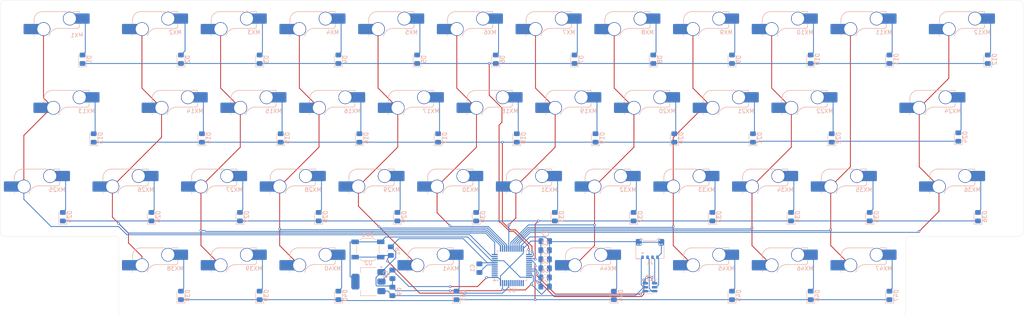
<source format=kicad_pcb>
(kicad_pcb (version 20241229) (generator "pcbnew") (generator_version "9.0")
  (layers (0 "F.Cu" signal) (2 "B.Cu" signal) (13 "F.Paste" user) (15 "B.Paste" user) (5 "F.SilkS" user "F.Silkscreen") (7 "B.SilkS" user "B.Silkscreen") (1 "F.Mask" user) (3 "B.Mask" user) (25 "Edge.Cuts" user))
  (net 0 "")
  (net 1 "GND")
  (net 2 "Net-(U1-NRST)")
  (net 3 "+3V3")
  (net 4 "+5V")
  (net 5 "Net-(D1-A)")
  (net 6 "Row0")
  (net 7 "Net-(D2-A)")
  (net 8 "Net-(D3-A)")
  (net 9 "Net-(D4-A)")
  (net 10 "Net-(D5-A)")
  (net 11 "Net-(D6-A)")
  (net 12 "Net-(D7-A)")
  (net 13 "Net-(D8-A)")
  (net 14 "Net-(D9-A)")
  (net 15 "Net-(D10-A)")
  (net 16 "Net-(D11-A)")
  (net 17 "Net-(D12-A)")
  (net 18 "Net-(D13-A)")
  (net 19 "Row1")
  (net 20 "Net-(D14-A)")
  (net 21 "Net-(D15-A)")
  (net 22 "Net-(D16-A)")
  (net 23 "Net-(D17-A)")
  (net 24 "Net-(D18-A)")
  (net 25 "Net-(D19-A)")
  (net 26 "Net-(D20-A)")
  (net 27 "Net-(D21-A)")
  (net 28 "Net-(D22-A)")
  (net 29 "Net-(D24-A)")
  (net 30 "Row2")
  (net 31 "Net-(D25-A)")
  (net 32 "Net-(D26-A)")
  (net 33 "Net-(D27-A)")
  (net 34 "Net-(D28-A)")
  (net 35 "Net-(D29-A)")
  (net 36 "Net-(D30-A)")
  (net 37 "Net-(D31-A)")
  (net 38 "Net-(D32-A)")
  (net 39 "Net-(D33-A)")
  (net 40 "Net-(D34-A)")
  (net 41 "Net-(D35-A)")
  (net 42 "Net-(D36-A)")
  (net 43 "Net-(D38-A)")
  (net 44 "Row3")
  (net 45 "Net-(D39-A)")
  (net 46 "Net-(D40-A)")
  (net 47 "Net-(D41-A)")
  (net 48 "Net-(D44-A)")
  (net 49 "Net-(D45-A)")
  (net 50 "Net-(D46-A)")
  (net 51 "Net-(D47-A)")
  (net 52 "D-")
  (net 53 "D+")
  (net 54 "Col0")
  (net 55 "Col1")
  (net 56 "Col2")
  (net 57 "Col3")
  (net 58 "Col4")
  (net 59 "Col5")
  (net 60 "Col6")
  (net 61 "Col7")
  (net 62 "Col8")
  (net 63 "Col9")
  (net 64 "Col10")
  (net 65 "Col11")
  (net 66 "BOOT0")
  (footprint "Diode_SMD:D_0805_2012Metric_Pad1.15x1.40mm_HandSolder" (layer "B.Cu") (at 200.81875 90.4875 90)
    (property "Reference" "D33")
    (property "Value" "D_Small")
  )
  (footprint "PCM_marbastlib-mx:SW_MX_HS_CPG151101S11_1u" (layer "B.Cu") (at 199.9456 104.775 180)
    (property "Reference" "MX45")
    (property "Value" "Fn3")
  )
  (footprint "Diode_SMD:D_0805_2012Metric_Pad1.15x1.40mm_HandSolder" (layer "B.Cu") (at 72.23125 109.5375 90)
    (property "Reference" "D38")
    (property "Value" "D_Small")
  )
  (footprint "PCM_marbastlib-mx:SW_MX_HS_CPG151101S11_1.5u" (layer "B.Cu") (at 261.858125 47.625 180)
    (property "Reference" "MX12")
    (property "Value" "Bksp")
  )
  (footprint "Capacitor_SMD:C_0805_2012Metric_Pad1.18x1.45mm_HandSolder" (layer "B.Cu") (at 123.03125 98.821875 90)
    (property "Reference" "R1")
    (property "Value" "10k")
  )
  (footprint "PCM_marbastlib-mx:SW_MX_HS_CPG151101S11_1u" (layer "B.Cu") (at 157.0831 85.725 180)
    (property "Reference" "MX31")
    (property "Value" "B")
  )
  (footprint "PCM_marbastlib-mx:SW_MX_HS_CPG151101S11_1u" (layer "B.Cu") (at 142.795625 47.625 180)
    (property "Reference" "MX6")
    (property "Value" "T")
  )
  (footprint "Capacitor_SMD:C_0805_2012Metric_Pad1.18x1.45mm_HandSolder" (layer "B.Cu") (at 160.4 96.4 180)
    (property "Reference" "C2")
    (property "Value" "100nF")
  )
  (footprint "Button_Switch_SMD:SW_SPST_SKQG_WithStem" (layer "B.Cu") (at 117.475 98.425 180)
    (property "Reference" "SW1")
    (property "Value" "SW_SPST")
  )
  (footprint "Capacitor_SMD:C_0805_2012Metric_Pad1.18x1.45mm_HandSolder" (layer "B.Cu") (at 160.3625 105.2 180)
    (property "Reference" "C6")
    (property "Value" "100nF")
  )
  (footprint "PCM_marbastlib-mx:SW_MX_HS_CPG151101S11_1u" (layer "B.Cu") (at 223.758125 66.675 180)
    (property "Reference" "MX22")
    (property "Value" "L")
  )
  (footprint "Diode_SMD:D_0805_2012Metric_Pad1.15x1.40mm_HandSolder" (layer "B.Cu") (at 172.56125 71.4375 90)
    (property "Reference" "D19")
    (property "Value" "D_Small")
  )
  (footprint "Diode_SMD:D_0805_2012Metric_Pad1.15x1.40mm_HandSolder" (layer "B.Cu") (at 162.71875 90.4875 90)
    (property "Reference" "D31")
    (property "Value" "D_Small")
  )
  (footprint "Diode_SMD:D_0805_2012Metric_Pad1.15x1.40mm_HandSolder" (layer "B.Cu") (at 191.61125 71.4375 90)
    (property "Reference" "D20")
    (property "Value" "D_Small")
  )
  (footprint "PCM_marbastlib-mx:SW_MX_HS_CPG151101S11_1u" (layer "B.Cu") (at 214.2331 85.725 180)
    (property "Reference" "MX34")
    (property "Value" "Comma")
  )
  (footprint "PCM_marbastlib-mx:SW_MX_HS_CPG151101S11_1u" (layer "B.Cu") (at 218.995625 47.625 180)
    (property "Reference" "MX10")
    (property "Value" "O")
  )
  (footprint "PCM_marbastlib-mx:SW_MX_HS_CPG151101S11_1u" (layer "B.Cu") (at 80.8831 85.725 180)
    (property "Reference" "MX27")
    (property "Value" "Z")
  )
  (footprint "PCM_marbastlib-mx:SW_MX_HS_CPG151101S11_1u" (layer "B.Cu") (at 166.608125 66.675 180)
    (property "Reference" "MX19")
    (property "Value" "H")
  )
  (footprint "PCM_marbastlib-mx:SW_MX_HS_CPG151101S11_1.25u" (layer "B.Cu") (at 59.45185 85.725 180)
    (property "Reference" "MX26")
    (property "Value" "Shift")
  )
  (footprint "Diode_SMD:D_0805_2012Metric_Pad1.15x1.40mm_HandSolder" (layer "B.Cu") (at 110.33125 109.5375 90)
    (property "Reference" "D40")
    (property "Value" "D_Small")
  )
  (footprint "Capacitor_SMD:C_0805_2012Metric_Pad1.18x1.45mm_HandSolder" (layer "B.Cu") (at 160.3625 107.4 180)
    (property "Reference" "C7")
    (property "Value" "10uF")
  )
  (footprint "PCM_marbastlib-mx:SW_MX_HS_CPG151101S11_1u" (layer "B.Cu") (at 161.845625 47.625 180)
    (property "Reference" "MX7")
    (property "Value" "Y")
  )
  (footprint "Diode_SMD:D_0805_2012Metric_Pad1.15x1.40mm_HandSolder" (layer "B.Cu") (at 265.1125 90.4875 90)
    (property "Reference" "D36")
    (property "Value" "D_Small")
  )
  (footprint "Diode_SMD:D_0805_2012Metric_Pad1.15x1.40mm_HandSolder" (layer "B.Cu") (at 124.61875 90.4875 90)
    (property "Reference" "D29")
    (property "Value" "D_Small")
  )
  (footprint "PCM_marbastlib-mx:SW_MX_HS_CPG151101S11_1u" (layer "B.Cu") (at 147.558125 66.675 180)
    (property "Reference" "MX18")
    (property "Value" "G")
  )
  (footprint "Diode_SMD:D_0805_2012Metric_Pad1.15x1.40mm_HandSolder" (layer "B.Cu") (at 205.58125 109.5375 90)
    (property "Reference" "D45")
    (property "Value" "D_Small")
  )
  (footprint "Diode_SMD:D_0805_2012Metric_Pad1.15x1.40mm_HandSolder" (layer "B.Cu") (at 153.51125 71.4375 90)
    (property "Reference" "D18")
    (property "Value" "D_Small")
  )
  (footprint "PCM_marbastlib-mx:SW_MX_HS_CPG151101S11_1.75u" (layer "B.Cu") (at 259.47685 85.725 180)
    (property "Reference" "MX36")
    (property "Value" "Slash")
  )
  (footprint "Diode_SMD:D_0805_2012Metric_Pad1.15x1.40mm_HandSolder" (layer "B.Cu") (at 105.56875 90.4875 90)
    (property "Reference" "D28")
    (property "Value" "D_Small")
  )
  (footprint "Diode_SMD:D_0805_2012Metric_Pad1.15x1.40mm_HandSolder" (layer "B.Cu") (at 167.48125 52.3875 90)
    (property "Reference" "D7")
    (property "Value" "D_Small")
  )
  (footprint "Diode_SMD:D_0805_2012Metric_Pad1.15x1.40mm_HandSolder" (layer "B.Cu") (at 267.49375 52.3875 90)
    (property "Reference" "D12")
    (property "Value" "D_Small")
  )
  (footprint "PCM_marbastlib-mx:SW_MX_HS_CPG151101S11_1u" (layer "B.Cu") (at 199.945625 47.625 180)
    (property "Reference" "MX9")
    (property "Value" "I")
  )
  (footprint "PCM_marbastlib-mx:SW_MX_HS_CPG151101S11_1u" (layer "B.Cu") (at 171.3706 104.775 180)
    (property "Reference" "MX44")
    (property "Value" "Space2")
  )
  (footprint "Diode_SMD:D_0805_2012Metric_Pad1.15x1.40mm_HandSolder" (layer "B.Cu") (at 115.41125 71.4375 90)
    (property "Reference" "D16")
    (property "Value" "D_Small")
  )
  (footprint "Package_TO_SOT_SMD:SOT-23-6" (layer "B.Cu") (at 185.7375 107.553125 180)
    (property "Reference" "U3")
    (property "Value" "USBLC6-2SC6")
  )
  (footprint "Diode_SMD:D_0805_2012Metric_Pad1.15x1.40mm_HandSolder" (layer "B.Cu") (at 51.1175 71.4375 90)
    (property "Reference" "D13")
    (property "Value" "D_Small")
  )
  (footprint "Package_TO_SOT_SMD:SOT-223-3_TabPin2" (layer "B.Cu") (at 117.6 106.2 180)
    (property "Reference" "U2")
    (property "Value" "AMS1117-3.3")
  )
  (footprint "Diode_SMD:D_0805_2012Metric_Pad1.15x1.40mm_HandSolder" (layer "B.Cu") (at 205.58125 52.3875 90)
    (property "Reference" "D9")
    (property "Value" "D_Small")
  )
  (footprint "Diode_SMD:D_0805_2012Metric_Pad1.15x1.40mm_HandSolder" (layer "B.Cu") (at 91.28125 52.3875 90)
    (property "Reference" "D3")
    (property "Value" "D_Small")
  )
  (footprint "PCM_marbastlib-mx:SW_MX_HS_CPG151101S11_1u" (layer "B.Cu") (at 99.9331 85.725 180)
    (property "Reference" "MX28")
    (property "Value" "X")
  )
  (footprint "Capacitor_SMD:C_0805_2012Metric_Pad1.18x1.45mm_HandSolder" (layer "B.Cu") (at 160.3625 100.8 180)
    (property "Reference" "C4")
    (property "Value" "100nF")
  )
  (footprint "Diode_SMD:D_0805_2012Metric_Pad1.15x1.40mm_HandSolder" (layer "B.Cu") (at 143.66875 90.4875 90)
    (property "Reference" "D30")
    (property "Value" "D_Small")
  )
  (footprint "Diode_SMD:D_0805_2012Metric_Pad1.15x1.40mm_HandSolder" (layer "B.Cu") (at 238.91875 90.4875 90)
    (property "Reference" "D35")
    (property "Value" "D_Small")
  )
  (footprint "PCM_marbastlib-mx:SW_MX_HS_CPG151101S11_1u" (layer "B.Cu") (at 90.408125 66.675 180)
    (property "Reference" "MX15")
    (property "Value" "S")
  )
  (footprint "PCM_marbastlib-mx:SW_MX_HS_CPG151101S11_1u" (layer "B.Cu") (at 238.045625 47.625 180)
    (property "Reference" "MX11")
    (property "Value" "P")
  )
  (footprint "Capacitor_SMD:C_0805_2012Metric_Pad1.18x1.45mm_HandSolder" (layer "B.Cu") (at 144.4625 102.94375 -90)
    (property "Reference" "C1")
    (property "Value" "100nF")
  )
  (footprint "PCM_marbastlib-mx:SW_MX_HS_CPG151101S11_1u" (layer "B.Cu") (at 204.708125 66.675 180)
    (property "Reference" "MX21")
    (property "Value" "K")
  )
  (footprint "Capacitor_SMD:C_0805_2012Metric_Pad1.18x1.45mm_HandSolder" (layer "B.Cu") (at 123.4 104.4375 -90)
    (property "Reference" "C8")
    (property "Value" "10uF")
  )
  (footprint "Diode_SMD:D_0805_2012Metric_Pad1.15x1.40mm_HandSolder" (layer "B.Cu") (at 48.41875 52.3875 90)
    (property "Reference" "D1")
    (property "Value" "D_Small")
  )
  (footprint "PCM_marbastlib-mx:SW_MX_HS_CPG151101S11_1.75u" (layer "B.Cu") (at 45.164375 66.675 180)
    (property "Reference" "MX13")
    (property "Value" "Ctrl")
  )
  (footprint "Diode_SMD:D_0805_2012Metric_Pad1.15x1.40mm_HandSolder" (layer "B.Cu") (at 181.76875 90.4875 90)
    (property "Reference" "D32")
    (property "Value" "D_Small")
  )
  (footprint "Diode_SMD:D_0805_2012Metric_Pad1.15x1.40mm_HandSolder" (layer "B.Cu") (at 224.63125 52.3875 90)
    (property "Reference" "D10")
    (property "Value" "D_Small")
  )
  (footprint "PCM_marbastlib-mx:SW_MX_HS_CPG151101S11_1u" (layer "B.Cu") (at 104.6956 104.775 180)
    (property "Reference" "MX40")
    (property "Value" "Alt")
  )
  (footprint "PCM_marbastlib-mx:SW_MX_HS_CPG151101S11_1u" (layer "B.Cu") (at 109.458125 66.675 180)
    (property "Reference" "MX16")
    (property "Value" "D")
  )
  (footprint "PCM_marbastlib-mx:SW_MX_HS_CPG151101S11_1.5u" (layer "B.Cu") (at 42.783125 47.625 180)
    (property "Reference" "MX1")
    (property "Value" "Esc")
  )
  (footprint "Diode_SMD:D_0805_2012Metric_Pad1.15x1.40mm_HandSolder" (layer "B.Cu") (at 260.35 71.20625 90)
    (property "Reference" "D24")
    (property "Value" "D_Small")
  )
  (footprint "PCM_marbastlib-mx:SW_MX_HS_CPG151101S11_1u" (layer "B.Cu") (at 123.745625 47.625 180)
    (property "Reference" "MX5")
    (property "Value" "R")
  )
  (footprint "Diode_SMD:D_0805_2012Metric_Pad1.15x1.40mm_HandSolder" (layer "B.Cu") (at 138.90625 109.5375 90)
    (property "Reference" "D41")
    (property "Value" "D_Small")
  )
  (footprint "PCM_marbastlib-mx:SW_MX_HS_CPG151101S11_1u" (layer "B.Cu") (at 138.0331 85.725 180)
    (property "Reference" "MX30")
    (property "Value" "V")
  )
  (footprint "Capacitor_SMD:C_0805_2012Metric_Pad1.18x1.45mm_HandSolder" (layer "B.Cu") (at 160.3625 103 180)
    (property "Reference" "C5")
    (property "Value" "100nF")
  )
  (footprint "Diode_SMD:D_0805_2012Metric_Pad1.15x1.40mm_HandSolder" (layer "B.Cu") (at 86.51875 90.4875 90)
    (property "Reference" "D27")
    (property "Value" "D_Small")
  )
  (footprint "Diode_SMD:D_0805_2012Metric_Pad1.15x1.40mm_HandSolder" (layer "B.Cu") (at 186.53125 52.3875 90)
    (property "Reference" "D8")
    (property "Value" "D_Small")
  )
  (footprint "PCM_marbastlib-mx:SW_MX_HS_CPG151101S11_1u" (layer "B.Cu") (at 85.645625 47.625 180)
    (property "Reference" "MX3")
    (property "Value" "W")
  )
  (footprint "PCM_marbastlib-mx:SW_MX_HS_CPG151101S11_1u" (layer "B.Cu") (at 38.020625 85.725 180)
    (property "Reference" "MX25")
    (property "Value" "Fn1")
  )
  (footprint "PCM_marbastlib-mx:SW_MX_HS_CPG151101S11_1u" (layer "B.Cu") (at 238.0456 104.775 180)
    (property "Reference" "MX47")
    (property "Value" "Fn5")
  )
  (footprint "Diode_SMD:D_0805_2012Metric_Pad1.15x1.40mm_HandSolder" (layer "B.Cu") (at 129.38125 52.3875 90)
    (property "Reference" "D5")
    (property "Value" "D_Small")
  )
  (footprint "PCM_marbastlib-mx:SW_MX_HS_CPG151101S11_1u" (layer "B.Cu") (at 71.358125 66.675 180)
    (property "Reference" "MX14")
    (property "Value" "A")
  )
  (footprint "PCM_marbastlib-mx:SW_MX_HS_CPG151101S11_1u" (layer "B.Cu") (at 85.6456 104.775 180)
    (property "Reference" "MX39")
    (property "Value" "Win")
  )
  (footprint "PCM_marbastlib-mx:SW_MX_HS_CPG151101S11_1u" (layer "B.Cu") (at 128.508125 66.675 180)
    (property "Reference" "MX17")
    (property "Value" "F")
  )
  (footprint "PCM_marbastlib-mx:SW_MX_HS_CPG151101S11_1u" (layer "B.Cu") (at 104.695625 47.625 180)
    (property "Reference" "MX4")
    (property "Value" "E")
  )
  (footprint "PCM_marbastlib-mx:SW_MX_HS_CPG151101S11_1u" (layer "B.Cu") (at 254.71435 66.675 180)
    (property "Reference" "MX24")
    (property "Value" "Enter")
  )
  (footprint "PCM_marbastlib-mx:SW_MX_HS_CPG151101S11_1u" (layer "B.Cu") (at 180.895625 47.625 180)
    (property "Reference" "MX8")
    (property "Value" "U")
  )
  (footprint "Diode_SMD:D_0805_2012Metric_Pad1.15x1.40mm_HandSolder" (layer "B.Cu") (at 110.33125 52.3875 90)
    (property "Reference" "D4")
    (property "Value" "D_Small")
  )
  (footprint "Diode_SMD:D_0805_2012Metric_Pad1.15x1.40mm_HandSolder" (layer "B.Cu") (at 43.656275 90.4875 90)
    (property "Reference" "D25")
    (property "Value" "D_Small")
  )
  (footprint "Diode_SMD:D_0805_2012Metric_Pad1.15x1.40mm_HandSolder" (layer "B.Cu") (at 219.86875 90.4875 90)
    (property "Reference" "D34")
    (property "Value" "D_Small")
  )
  (footprint "PCM_marbastlib-mx:SW_MX_HS_CPG151101S11_1u" (layer "B.Cu") (at 133.2706 104.775 180)
    (property "Reference" "MX41")
    (property "Value" "Space1")
  )
  (footprint "Diode_SMD:D_0805_2012Metric_Pad1.15x1.40mm_HandSolder" (layer "B.Cu") (at 210.66125 71.4375 90)
    (property "Reference" "D21")
    (property "Value" "D_Small")
  )
  (footprint "PCM_marbastlib-mx:SW_MX_HS_CPG151101S11_1u" (layer "B.Cu") (at 218.9956 104.775 180)
    (property "Reference" "MX46")
    (property "Value" "Fn4")
  )
  (footprint "PCM_marbastlib-mx:SW_MX_HS_CPG151101S11_1u" (layer "B.Cu") (at 66.595625 47.625 180)
    (property "Reference" "MX2")
    (property "Value" "Q")
  )
  (footprint "PCM_marbastlib-mx:SW_MX_HS_CPG151101S11_1u" (layer "B.Cu") (at 185.658125 66.675 180)
    (property "Reference" "MX20")
    (property "Value" "J")
  )
  (footprint "Package_QFP:LQFP-48_7x7mm_P0.5mm" (layer "B.Cu") (at 152.3206 102.39375)
    (property "Reference" "U1")
    (property "Value" "STM32F072CBTx")
  )
  (footprint "Diode_SMD:D_0805_2012Metric_Pad1.15x1.40mm_HandSolder" (layer "B.Cu") (at 229.71125 71.4375 90)
    (property "Reference" "D22")
    (property "Value" "D_Small")
  )
  (footprint "PCM_marbastlib-mx:SW_MX_HS_CPG151101S11_1u" (layer "B.Cu") (at 118.9831 85.725 180)
    (property "Reference" "MX29")
    (property "Value" "C")
  )
  (footprint "Diode_SMD:D_0805_2012Metric_Pad1.15x1.40mm_HandSolder" (layer "B.Cu") (at 134.46125 71.4375 90)
    (property "Reference" "D17")
    (property "Value" "D_Small")
  )
  (footprint "Diode_SMD:D_0805_2012Metric_Pad1.15x1.40mm_HandSolder" (layer "B.Cu") (at 96.36125 71.4375 90)
    (property "Reference" "D15")
    (property "Value" "D_Small")
  )
  (footprint "Capacitor_SMD:C_0805_2012Metric_Pad1.18x1.45mm_HandSolder" (layer "B.Cu") (at 123.4 108.5625 90)
    (property "Reference" "C9")
    (property "Value" "10uF")
  )
  (footprint "Diode_SMD:D_0805_2012Metric_Pad1.15x1.40mm_HandSolder" (layer "B.Cu") (at 72.23125 52.3875 90)
    (property "Reference" "D2")
    (property "Value" "D_Small")
  )
  (footprint "Diode_SMD:D_0805_2012Metric_Pad1.15x1.40mm_HandSolder" (layer "B.Cu") (at 243.68125 109.5375 90)
    (property "Reference" "D47")
    (property "Value" "D_Small")
  )
  (footprint "Capacitor_SMD:C_0805_2012Metric_Pad1.18x1.45mm_HandSolder" (layer "B.Cu") (at 160.3625 98.6 180)
    (property "Reference" "C3")
    (property "Value" "100nF")
  )
  (footprint "Diode_SMD:D_0805_2012Metric_Pad1.15x1.40mm_HandSolder" (layer "B.Cu") (at 65.0875 90.4875 90)
    (property "Reference" "D26")
    (property "Value" "D_Small")
  )
  (footprint "PCM_marbastlib-mx:SW_MX_HS_CPG151101S11_1u" (layer "B.Cu") (at 233.2831 85.725 180)
    (property "Reference" "MX35")
    (property "Value" "Period")
  )
  (footprint "Diode_SMD:D_0805_2012Metric_Pad1.15x1.40mm_HandSolder" (layer "B.Cu") (at 148.43125 52.3875 90)
    (property "Reference" "D6")
    (property "Value" "D_Small")
  )
  (footprint "PCM_marbastlib-mx:SW_MX_HS_CPG151101S11_1u" (layer "B.Cu") (at 176.1331 85.725 180)
    (property "Reference" "MX32")
    (property "Value" "N")
  )
  (footprint "Diode_SMD:D_0805_2012Metric_Pad1.15x1.40mm_HandSolder" (layer "B.Cu") (at 243.68125 52.3875 90)
    (property "Reference" "D11")
    (property "Value" "D_Small")
  )
  (footprint "Diode_SMD:D_0805_2012Metric_Pad1.15x1.40mm_HandSolder" (layer "B.Cu") (at 177.00625 109.5375 90)
    (property "Reference" "D44")
    (property "Value" "D_Small")
  )
  (footprint "PCM_marbastlib-mx:SW_MX_HS_CPG151101S11_1u" (layer "B.Cu") (at 66.5956 104.775 180)
    (property "Reference" "MX38")
    (property "Value" "Fn2")
  )
  (footprint "Diode_SMD:D_0805_2012Metric_Pad1.15x1.40mm_HandSolder" (layer "B.Cu") (at 77.31125 71.4375 90)
    (property "Reference" "D14")
    (property "Value" "D_Small")
  )
  (footprint "Diode_SMD:D_0805_2012Metric_Pad1.15x1.40mm_HandSolder" (layer "B.Cu") (at 91.28125 109.5375 90)
    (property "Reference" "D39")
    (property "Value" "D_Small")
  )
  (footprint "PCM_marbastlib-various:Molex_Pico-EZmate_78171-0004_1x04-1MP_P1.20mm_Vertical" (layer "B.Cu") (at 185.7375 98.425)
    (property "Reference" "J1")
    (property "Value" "Conn_01x04_MountingPin")
  )
  (footprint "Diode_SMD:D_0805_2012Metric_Pad1.15x1.40mm_HandSolder" (layer "B.Cu") (at 224.63125 109.5375 90)
    (property "Reference" "D46")
    (property "Value" "D_Small")
  )
  (footprint "PCM_marbastlib-mx:SW_MX_HS_CPG151101S11_1u" (layer "B.Cu") (at 195.1831 85.725 180)
    (property "Reference" "MX33")
    (property "Value" "M")
  )
  (gr_arc (start 57.94375 114.3) (mid 57.382484 114.067516) (end 57.15 113.50625) (stroke (width 0.05)) (layer "Edge.Cuts"))
  (gr_arc (start 274.6375 38.1) (mid 275.760032 38.564968) (end 276.225 39.6875) (stroke (width 0.05)) (layer "Edge.Cuts"))
  (gr_arc (start 28.575 38.89375) (mid 28.807484 38.332484) (end 29.36875 38.1) (stroke (width 0.05)) (layer "Edge.Cuts"))
  (gr_line (start 274.6375 95.25) (end 248.44375 95.25) (stroke (width 0.05)) (layer "Edge.Cuts"))
  (gr_arc (start 276.225 93.6625) (mid 275.760032 94.785032) (end 274.6375 95.25) (stroke (width 0.05)) (layer "Edge.Cuts"))
  (gr_line (start 276.225 39.6875) (end 276.225 93.6625) (stroke (width 0.05)) (layer "Edge.Cuts"))
  (gr_arc (start 56.35625 95.25) (mid 56.917516 95.482484) (end 57.15 96.04375) (stroke (width 0.05)) (layer "Edge.Cuts"))
  (gr_arc (start 29.36875 95.25) (mid 28.807484 95.017516) (end 28.575 94.45625) (stroke (width 0.05)) (layer "Edge.Cuts"))
  (gr_line (start 28.575 38.89375) (end 28.575 94.45625) (stroke (width 0.05)) (layer "Edge.Cuts"))
  (gr_line (start 29.36875 38.1) (end 274.6375 38.1) (stroke (width 0.05)) (layer "Edge.Cuts"))
  (gr_line (start 246.85625 114.299999) (end 57.94375 114.3) (stroke (width 0.05)) (layer "Edge.Cuts"))
  (gr_line (start 57.150001 113.50625) (end 57.15 96.04375) (stroke (width 0.05)) (layer "Edge.Cuts"))
  (gr_arc (start 247.649999 113.50625) (mid 247.417515 114.067515) (end 246.85625 114.299999) (stroke (width 0.05)) (layer "Edge.Cuts"))
  (gr_line (start 247.65 96.04375) (end 247.649999 113.50625) (stroke (width 0.05)) (layer "Edge.Cuts"))
  (gr_arc (start 247.65 96.04375) (mid 247.882484 95.482484) (end 248.44375 95.25) (stroke (width 0.05)) (layer "Edge.Cuts"))
  (gr_line (start 56.35625 95.25) (end 29.36875 95.25) (stroke (width 0.05)) (layer "Edge.Cuts"))
  (segment (start 155.6 108.2) (end 157.1 106.7) (width 0.2) (layer "F.Cu") (net 1))
  (segment (start 137.4 108.4) (end 149.8 108.4) (width 0.2) (layer "F.Cu") (net 1))
  (segment (start 157.1 106.7) (end 157 106.8) (width 0.2) (layer "F.Cu") (net 1))
  (segment (start 149.8 108.4) (end 150 108.2) (width 0.2) (layer "F.Cu") (net 1))
  (segment (start 150 108.2) (end 155.6 108.2) (width 0.2) (layer "F.Cu") (net 1))
  (via (at 137.4 108.4) (size 0.6) (drill 0.3) (layers "F.Cu" "B.Cu") (net 1))
  (via (at 150 108.2) (size 0.6) (drill 0.3) (layers "F.Cu" "B.Cu") (net 1))
  (via (at 157 106.8) (size 0.6) (drill 0.3) (layers "F.Cu" "B.Cu") (net 1))
  (segment (start 123.4 107.525) (end 124.275 108.4) (width 0.2) (layer "B.Cu") (net 1))
  (segment (start 161.4375 96.4) (end 161.4375 107.3625) (width 0.2) (layer "B.Cu") (net 1))
  (segment (start 124.2 98.953125) (end 123.03125 97.784375) (width 0.2) (layer "B.Cu") (net 1))
  (segment (start 187.8385 106.944093) (end 187.229468 107.553125) (width 0.2) (layer "B.Cu") (net 1))
  (segment (start 119.449 107.049) (end 119.651 107.251) (width 0.2) (layer "B.Cu") (net 1))
  (segment (start 157.254424 104.64375) (end 156.4831 104.64375) (width 0.2) (layer "B.Cu") (net 1))
  (segment (start 161.4375 96.4) (end 161.6 96.4) (width 0.2) (layer "B.Cu") (net 1))
  (segment (start 188.4875 96.675) (end 188.4875 99.35) (width 0.2) (layer "B.Cu") (net 1))
  (segment (start 124.275 108.4) (end 137.4 108.4) (width 0.2) (layer "B.Cu") (net 1))
  (segment (start 159.4 109.2) (end 159.6 109.2) (width 0.2) (layer "B.Cu") (net 1))
  (segment (start 156.656526 95.374) (end 154.5706 97.459926) (width 0.2) (layer "B.Cu") (net 1))
  (segment (start 161.4375 96.4) (end 160.4115 95.374) (width 0.2) (layer "B.Cu") (net 1))
  (segment (start 123.03125 97.784375) (end 125.015625 95.8) (width 0.2) (layer "B.Cu") (net 1))
  (segment (start 157 106.8) (end 157 106.6432) (width 0.2) (layer "B.Cu") (net 1))
  (segment (start 161.4375 107.3625) (end 161.4 107.4) (width 0.2) (layer "B.Cu") (net 1))
  (segment (start 146.36576 101.64375) (end 148.1581 101.64375) (width 0.2) (layer "B.Cu") (net 1))
  (segment (start 182.9875 96.675) (end 188.4875 96.675) (width 0.2) (layer "B.Cu") (net 1))
  (segment (start 124.2 100.45) (end 124.2 98.953125) (width 0.2) (layer "B.Cu") (net 1))
  (segment (start 154.5706 97.459926) (end 154.5706 98.23125) (width 0.2) (layer "B.Cu") (net 1))
  (segment (start 157 106.8) (end 159.4 109.2) (width 0.2) (layer "B.Cu") (net 1))
  (segment (start 140.52201 95.8) (end 146.36576 101.64375) (width 0.2) (layer "B.Cu") (net 1))
  (segment (start 161.725 96.525) (end 182.7875 96.525) (width 0.2) (layer "B.Cu") (net 1))
  (segment (start 144.4625 101.90625) (end 144.725 101.64375) (width 0.2) (layer "B.Cu") (net 1))
  (segment (start 187.229468 107.553125) (end 186.875 107.553125) (width 0.2) (layer "B.Cu") (net 1))
  (segment (start 144.725 101.64375) (end 148.1581 101.64375) (width 0.2) (layer "B.Cu") (net 1))
  (segment (start 188.4875 99.35) (end 187.5375 100.3) (width 0.2) (layer "B.Cu") (net 1))
  (segment (start 150 108.2) (end 150.0706 108.1294) (width 0.2) (layer "B.Cu") (net 1))
  (segment (start 160.4115 95.374) (end 156.656526 95.374) (width 0.2) (layer "B.Cu") (net 1))
  (segment (start 120.75 103.9) (end 124.2 100.45) (width 0.2) (layer "B.Cu") (net 1))
  (segment (start 161.6 96.4) (end 161.725 96.525) (width 0.2) (layer "B.Cu") (net 1))
  (segment (start 125.015625 95.8) (end 140.52201 95.8) (width 0.2) (layer "B.Cu") (net 1))
  (segment (start 157.5216 104.910926) (end 157.254424 104.64375) (width 0.2) (layer "B.Cu") (net 1))
  (segment (start 120.75 103.9) (end 119.449 105.201) (width 0.2) (layer "B.Cu") (net 1))
  (segment (start 159.6 109.2) (end 161.4 107.4) (width 0.2) (layer "B.Cu") (net 1))
  (segment (start 150.0706 108.1294) (end 150.0706 106.55625) (width 0.2) (layer "B.Cu") (net 1))
  (segment (start 123.126 107.251) (end 123.4 107.525) (width 0.2) (layer "B.Cu") (net 1))
  (segment (start 119.449 105.201) (end 119.449 107.049) (width 0.2) (layer "B.Cu") (net 1))
  (segment (start 187.5375 100.3) (end 187.8385 100.601) (width 0.2) (layer "B.Cu") (net 1))
  (segment (start 157.5216 106.1216) (end 157.5216 104.910926) (width 0.2) (layer "B.Cu") (net 1))
  (segment (start 187.8385 100.601) (end 187.8385 106.944093) (width 0.2) (layer "B.Cu") (net 1))
  (segment (start 119.651 107.251) (end 123.126 107.251) (width 0.2) (layer "B.Cu") (net 1))
  (segment (start 157 106.6432) (end 157.5216 106.1216) (width 0.2) (layer "B.Cu") (net 1))
  (segment (start 123.4 107.525) (end 123.4 105.475) (width 0.2) (layer "B.Cu") (net 1))
  (segment (start 146.3 102.14375) (end 148.1581 102.14375) (width 0.2) (layer "B.Cu") (net 2))
  (segment (start 144.4625 103.98125) (end 146.3 102.14375) (width 0.2) (layer "B.Cu") (net 2))
  (segment (start 137.4 107.4) (end 144 107.4) (width 0.2) (layer "F.Cu") (net 3))
  (segment (start 144 107.4) (end 146.2 105.2) (width 0.2) (layer "F.Cu") (net 3))
  (via (at 137.4 107.4) (size 0.6) (drill 0.3) (layers "F.Cu" "B.Cu") (net 3))
  (via (at 146.2 105.2) (size 0.6) (drill 0.3) (layers "F.Cu" "B.Cu") (net 3))
  (segment (start 148.10185 105.2) (end 148.1581 105.14375) (width 0.2) (layer "B.Cu") (net 3))
  (segment (start 155.0706 99.3294) (end 155.0706 98.23125) (width 0.2) (layer "B.Cu") (net 3))
  (segment (start 120.75 106.2) (end 120.75 106.05) (width 0.2) (layer "B.Cu") (net 3))
  (segment (start 154.34375 105.14375) (end 150.34375 101.14375) (width 0.2) (layer "B.Cu") (net 3))
  (segment (start 114.45 106.2) (end 113.174 104.924) (width 0.2) (layer "B.Cu") (net 3))
  (segment (start 147.386776 101.14375) (end 148.1581 101.14375) (width 0.2) (layer "B.Cu") (net 3))
  (segment (start 149.5706 104.8294) (end 155.0706 99.3294) (width 0.2) (layer "B.Cu") (net 3))
  (segment (start 121.751 95.399) (end 141.642026 95.399) (width 0.2) (layer "B.Cu") (net 3))
  (segment (start 113.275 96.575) (end 114.375 96.575) (width 0.2) (layer "B.Cu") (net 3))
  (segment (start 120.575 96.575) (end 121.751 95.399) (width 0.2) (layer "B.Cu") (net 3))
  (segment (start 123.4 103.4) (end 127.4 107.4) (width 0.2) (layer "B.Cu") (net 3))
  (segment (start 150.34375 101.14375) (end 148.1581 101.14375) (width 0.2) (layer "B.Cu") (net 3))
  (segment (start 149.5706 106.55625) (end 149.5706 105.784926) (width 0.2) (layer "B.Cu") (net 3))
  (segment (start 156.90185 96.4) (end 155.0706 98.23125) (width 0.2) (layer "B.Cu") (net 3))
  (segment (start 141.642026 95.399) (end 147.386776 101.14375) (width 0.2) (layer "B.Cu") (net 3))
  (segment (start 113.174 104.924) (end 113.174 96.676) (width 0.2) (layer "B.Cu") (net 3))
  (segment (start 146.2 105.2) (end 148.10185 105.2) (width 0.2) (layer "B.Cu") (net 3))
  (segment (start 159.325 107.4) (end 159.325 96.4375) (width 0.2) (layer "B.Cu") (net 3))
  (segment (start 148.929424 105.14375) (end 149.5706 105.784926) (width 0.2) (layer "B.Cu") (net 3))
  (segment (start 149.5706 105.784926) (end 149.5706 104.8294) (width 0.2) (layer "B.Cu") (net 3))
  (segment (start 120.75 106.05) (end 123.4 103.4) (width 0.2) (layer "B.Cu") (net 3))
  (segment (start 148.1581 105.14375) (end 148.929424 105.14375) (width 0.2) (layer "B.Cu") (net 3))
  (segment (start 159.325 96.4375) (end 159.3625 96.4) (width 0.2) (layer "B.Cu") (net 3))
  (segment (start 159.3625 96.4) (end 156.90185 96.4) (width 0.2) (layer "B.Cu") (net 3))
  (segment (start 127.4 107.4) (end 137.4 107.4) (width 0.2) (layer "B.Cu") (net 3))
  (segment (start 113.174 96.676) (end 113.275 96.575) (width 0.2) (layer "B.Cu") (net 3))
  (segment (start 156.4831 105.14375) (end 154.34375 105.14375) (width 0.2) (layer "B.Cu") (net 3))
  (segment (start 114.375 96.575) (end 120.575 96.575) (width 0.2) (layer "B.Cu") (net 3))
  (segment (start 183.6365 106.944093) (end 183.6365 100.601) (width 0.2) (layer "B.Cu") (net 4))
  (segment (start 122.3 108.5) (end 123.4 109.6) (width 0.2) (layer "B.Cu") (net 4))
  (segment (start 184.6 107.553125) (end 184.245532 107.553125) (width 0.2) (layer "B.Cu") (net 4))
  (segment (start 183.6365 100.601) (end 183.9375 100.3) (width 0.2) (layer "B.Cu") (net 4))
  (segment (start 123.4 109.6) (end 182.198657 109.6) (width 0.2) (layer "B.Cu") (net 4))
  (segment (start 184.245532 107.553125) (end 183.6365 106.944093) (width 0.2) (layer "B.Cu") (net 4))
  (segment (start 182.198657 109.6) (end 184.245532 107.553125) (width 0.2) (layer "B.Cu") (net 4))
  (segment (start 120.75 108.5) (end 122.3 108.5) (width 0.2) (layer "B.Cu") (net 4))
  (segment (start 49.089125 42.761) (end 49.089125 50.692125) (width 0.2) (layer "B.Cu") (net 5))
  (segment (start 48.873125 42.545) (end 49.089125 42.761) (width 0.2) (layer "B.Cu") (net 5))
  (segment (start 49.089125 50.692125) (end 48.41875 51.3625) (width 0.2) (layer "B.Cu") (net 5))
  (segment (start 151.780832 94.0635) (end 149.61775 91.900418) (width 0.2) (layer "F.Cu") (net 6))
  (segment (start 149.451418 91.900418) (end 149.225 91.674) (width 0.2) (layer "F.Cu") (net 6))
  (segment (start 149.225 91.674) (end 149.225 68.324314) (width 0.2) (layer "F.Cu") (net 6))
  (segment (start 149.903025 67.646289) (end 149.903025 64.159031) (width 0.2) (layer "F.Cu") (net 6))
  (segment (start 149.61775 91.900418) (end 149.451418 91.900418) (width 0.2) (layer "F.Cu") (net 6))
  (segment (start 149.903025 64.159031) (end 146.84375 61.099756) (width 0.2) (layer "F.Cu") (net 6))
  (segment (start 149.225 68.324314) (end 149.903025 67.646289) (width 0.2) (layer "F.Cu") (net 6))
  (segment (start 156.36875 98.425) (end 156.36875 97.63125) (width 0.2) (layer "F.Cu") (net 6))
  (segment (start 146.84375 61.099756) (end 146.84375 53.4125) (width 0.2) (layer "F.Cu") (net 6))
  (segment (start 156.36875 97.63125) (end 152.801 94.0635) (width 0.2) (layer "F.Cu") (net 6))
  (segment (start 152.801 94.0635) (end 151.780832 94.0635) (width 0.2) (layer "F.Cu") (net 6))
  (via (at 156.36875 98.425) (size 0.6) (drill 0.3) (layers "F.Cu" "B.Cu") (net 6))
  (via (at 146.84375 53.4125) (size 0.6) (drill 0.3) (layers "F.Cu" "B.Cu") (net 6))
  (segment (start 267.49375 53.4125) (end 146.84375 53.4125) (width 0.2) (layer "B.Cu") (net 6))
  (segment (start 156.4831 98.53935) (end 156.36875 98.425) (width 0.2) (layer "B.Cu") (net 6))
  (segment (start 146.84375 53.4125) (end 48.41875 53.4125) (width 0.2) (layer "B.Cu") (net 6))
  (segment (start 156.4831 99.64375) (end 156.4831 98.53935) (width 0.2) (layer "B.Cu") (net 6))
  (segment (start 73.23225 43.091625) (end 73.23225 50.3615) (width 0.2) (layer "B.Cu") (net 7))
  (segment (start 72.685625 42.545) (end 73.23225 43.091625) (width 0.2) (layer "B.Cu") (net 7))
  (segment (start 73.23225 50.3615) (end 72.23125 51.3625) (width 0.2) (layer "B.Cu") (net 7))
  (segment (start 91.951625 50.692125) (end 91.951625 42.761) (width 0.2) (layer "B.Cu") (net 8))
  (segment (start 91.951625 42.761) (end 91.735625 42.545) (width 0.2) (layer "B.Cu") (net 8))
  (segment (start 91.28125 51.3625) (end 91.951625 50.692125) (width 0.2) (layer "B.Cu") (net 8))
  (segment (start 111.001625 42.761) (end 111.001625 50.692125) (width 0.2) (layer "B.Cu") (net 9))
  (segment (start 111.001625 50.692125) (end 110.33125 51.3625) (width 0.2) (layer "B.Cu") (net 9))
  (segment (start 110.785625 42.545) (end 111.001625 42.761) (width 0.2) (layer "B.Cu") (net 9))
  (segment (start 129.38125 51.3625) (end 130.051625 50.692125) (width 0.2) (layer "B.Cu") (net 10))
  (segment (start 130.051625 42.761) (end 129.835625 42.545) (width 0.2) (layer "B.Cu") (net 10))
  (segment (start 130.051625 50.692125) (end 130.051625 42.761) (width 0.2) (layer "B.Cu") (net 10))
  (segment (start 149.101625 50.692125) (end 148.43125 51.3625) (width 0.2) (layer "B.Cu") (net 11))
  (segment (start 149.101625 42.761) (end 149.101625 50.692125) (width 0.2) (layer "B.Cu") (net 11))
  (segment (start 148.885625 42.545) (end 149.101625 42.761) (width 0.2) (layer "B.Cu") (net 11))
  (segment (start 168.151625 42.761) (end 168.151625 50.692125) (width 0.2) (layer "B.Cu") (net 12))
  (segment (start 167.935625 42.545) (end 168.151625 42.761) (width 0.2) (layer "B.Cu") (net 12))
  (segment (start 168.151625 50.692125) (end 167.48125 51.3625) (width 0.2) (layer "B.Cu") (net 12))
  (segment (start 187.201625 50.692125) (end 186.53125 51.3625) (width 0.2) (layer "B.Cu") (net 13))
  (segment (start 186.985625 42.545) (end 187.201625 42.761) (width 0.2) (layer "B.Cu") (net 13))
  (segment (start 187.201625 42.761) (end 187.201625 50.692125) (width 0.2) (layer "B.Cu") (net 13))
  (segment (start 206.035625 42.545) (end 206.251625 42.761) (width 0.2) (layer "B.Cu") (net 14))
  (segment (start 206.251625 42.761) (end 206.251625 50.692125) (width 0.2) (layer "B.Cu") (net 14))
  (segment (start 206.251625 50.692125) (end 205.58125 51.3625) (width 0.2) (layer "B.Cu") (net 14))
  (segment (start 225.301625 42.761) (end 225.085625 42.545) (width 0.2) (layer "B.Cu") (net 15))
  (segment (start 225.301625 50.692125) (end 225.301625 42.761) (width 0.2) (layer "B.Cu") (net 15))
  (segment (start 224.63125 51.3625) (end 225.301625 50.692125) (width 0.2) (layer "B.Cu") (net 15))
  (segment (start 244.351625 42.761) (end 244.351625 50.692125) (width 0.2) (layer "B.Cu") (net 16))
  (segment (start 244.351625 50.692125) (end 243.68125 51.3625) (width 0.2) (layer "B.Cu") (net 16))
  (segment (start 244.135625 42.545) (end 244.351625 42.761) (width 0.2) (layer "B.Cu") (net 16))
  (segment (start 268.164125 50.692125) (end 267.49375 51.3625) (width 0.2) (layer "B.Cu") (net 17))
  (segment (start 267.948125 42.545) (end 268.164125 42.761) (width 0.2) (layer "B.Cu") (net 17))
  (segment (start 268.164125 42.761) (end 268.164125 50.692125) (width 0.2) (layer "B.Cu") (net 17))
  (segment (start 51.254375 61.595) (end 51.470375 61.811) (width 0.2) (layer "B.Cu") (net 18))
  (segment (start 51.470375 70.059625) (end 51.1175 70.4125) (width 0.2) (layer "B.Cu") (net 18))
  (segment (start 51.470375 61.811) (end 51.470375 70.059625) (width 0.2) (layer "B.Cu") (net 18))
  (segment (start 153.19375 93.6625) (end 151.946932 93.6625) (width 0.2) (layer "F.Cu") (net 19))
  (segment (start 150.01875 91.734318) (end 150.01875 72.4625) (width 0.2) (layer "F.Cu") (net 19))
  (segment (start 151.946932 93.6625) (end 150.01875 91.734318) (width 0.2) (layer "F.Cu") (net 19))
  (segment (start 157.170275 97.639025) (end 153.19375 93.6625) (width 0.2) (layer "F.Cu") (net 19))
  (segment (start 157.170275 98.994049) (end 157.170275 97.639025) (width 0.2) (layer "F.Cu") (net 19))
  (via (at 157.170275 98.994049) (size 0.6) (drill 0.3) (layers "F.Cu" "B.Cu") (net 19))
  (via (at 150.01875 72.4625) (size 0.6) (drill 0.3) (layers "F.Cu" "B.Cu") (net 19))
  (segment (start 157.5216 99.345374) (end 157.170275 98.994049) (width 0.2) (layer "B.Cu") (net 19))
  (segment (start 157.5216 99.876574) (end 157.5216 99.345374) (width 0.2) (layer "B.Cu") (net 19))
  (segment (start 211.93125 72.23125) (end 260.35 72.23125) (width 0.2) (layer "B.Cu") (net 19))
  (segment (start 51.1175 72.4625) (end 150.01875 72.4625) (width 0.2) (layer "B.Cu") (net 19))
  (segment (start 157.254424 100.14375) (end 157.5216 99.876574) (width 0.2) (layer "B.Cu") (net 19))
  (segment (start 156.4831 100.14375) (end 157.254424 100.14375) (width 0.2) (layer "B.Cu") (net 19))
  (segment (start 211.7 72.4625) (end 211.93125 72.23125) (width 0.2) (layer "B.Cu") (net 19))
  (segment (start 150.01875 72.4625) (end 211.7 72.4625) (width 0.2) (layer "B.Cu") (net 19))
  (segment (start 77.664125 70.059625) (end 77.31125 70.4125) (width 0.2) (layer "B.Cu") (net 20))
  (segment (start 77.664125 61.811) (end 77.664125 70.059625) (width 0.2) (layer "B.Cu") (net 20))
  (segment (start 77.448125 61.595) (end 77.664125 61.811) (width 0.2) (layer "B.Cu") (net 20))
  (segment (start 96.498125 61.595) (end 96.714125 61.811) (width 0.2) (layer "B.Cu") (net 21))
  (segment (start 96.714125 61.811) (end 96.714125 70.059625) (width 0.2) (layer "B.Cu") (net 21))
  (segment (start 96.714125 70.059625) (end 96.36125 70.4125) (width 0.2) (layer "B.Cu") (net 21))
  (segment (start 115.548125 61.595) (end 115.764125 61.811) (width 0.2) (layer "B.Cu") (net 22))
  (segment (start 115.764125 70.059625) (end 115.41125 70.4125) (width 0.2) (layer "B.Cu") (net 22))
  (segment (start 115.764125 61.811) (end 115.764125 70.059625) (width 0.2) (layer "B.Cu") (net 22))
  (segment (start 134.46125 70.4125) (end 134.814125 70.059625) (width 0.2) (layer "B.Cu") (net 23))
  (segment (start 134.814125 70.059625) (end 134.814125 61.811) (width 0.2) (layer "B.Cu") (net 23))
  (segment (start 134.814125 61.811) (end 134.598125 61.595) (width 0.2) (layer "B.Cu") (net 23))
  (segment (start 153.864125 61.811) (end 153.864125 70.059625) (width 0.2) (layer "B.Cu") (net 24))
  (segment (start 153.648125 61.595) (end 153.864125 61.811) (width 0.2) (layer "B.Cu") (net 24))
  (segment (start 153.864125 70.059625) (end 153.51125 70.4125) (width 0.2) (layer "B.Cu") (net 24))
  (segment (start 172.914125 61.811) (end 172.698125 61.595) (width 0.2) (layer "B.Cu") (net 25))
  (segment (start 172.56125 70.4125) (end 172.914125 70.059625) (width 0.2) (layer "B.Cu") (net 25))
  (segment (start 172.914125 70.059625) (end 172.914125 61.811) (width 0.2) (layer "B.Cu") (net 25))
  (segment (start 191.964125 70.059625) (end 191.61125 70.4125) (width 0.2) (layer "B.Cu") (net 26))
  (segment (start 191.748125 61.595) (end 191.964125 61.811) (width 0.2) (layer "B.Cu") (net 26))
  (segment (start 191.964125 61.811) (end 191.964125 70.059625) (width 0.2) (layer "B.Cu") (net 26))
  (segment (start 211.014125 70.059625) (end 210.66125 70.4125) (width 0.2) (layer "B.Cu") (net 27))
  (segment (start 210.798125 61.595) (end 211.014125 61.811) (width 0.2) (layer "B.Cu") (net 27))
  (segment (start 211.014125 61.811) (end 211.014125 70.059625) (width 0.2) (layer "B.Cu") (net 27))
  (segment (start 230.064125 61.811) (end 229.848125 61.595) (width 0.2) (layer "B.Cu") (net 28))
  (segment (start 230.064125 70.059625) (end 230.064125 61.811) (width 0.2) (layer "B.Cu") (net 28))
  (segment (start 229.71125 70.4125) (end 230.064125 70.059625) (width 0.2) (layer "B.Cu") (net 28))
  (segment (start 261.02035 69.5109) (end 260.35 70.18125) (width 0.2) (layer "B.Cu") (net 29))
  (segment (start 261.02035 61.811) (end 261.02035 69.5109) (width 0.2) (layer "B.Cu") (net 29))
  (segment (start 260.80435 61.595) (end 261.02035 61.811) (width 0.2) (layer "B.Cu") (net 29))
  (segment (start 157.95625 100.80625) (end 157.95625 92.30625) (width 0.2) (layer "F.Cu") (net 30))
  (segment (start 157.95625 92.30625) (end 158.75 91.5125) (width 0.2) (layer "F.Cu") (net 30))
  (via (at 157.95625 100.80625) (size 0.6) (drill 0.3) (layers "F.Cu" "B.Cu") (net 30))
  (via (at 158.75 91.5125) (size 0.6) (drill 0.3) (layers "F.Cu" "B.Cu") (net 30))
  (segment (start 265.1125 91.5125) (end 158.75 91.5125) (width 0.2) (layer "B.Cu") (net 30))
  (segment (start 158.75 91.5125) (end 43.656275 91.5125) (width 0.2) (layer "B.Cu") (net 30))
  (segment (start 156.4831 100.64375) (end 157.79375 100.64375) (width 0.2) (layer "B.Cu") (net 30))
  (segment (start 157.79375 100.64375) (end 157.95625 100.80625) (width 0.2) (layer "B.Cu") (net 30))
  (segment (start 44.326625 88.79215) (end 43.656275 89.4625) (width 0.2) (layer "B.Cu") (net 31))
  (segment (start 44.326625 80.861) (end 44.326625 88.79215) (width 0.2) (layer "B.Cu") (net 31))
  (segment (start 44.110625 80.645) (end 44.326625 80.861) (width 0.2) (layer "B.Cu") (net 31))
  (segment (start 65.0875 89.4625) (end 65.75785 88.79215) (width 0.2) (layer "B.Cu") (net 32))
  (segment (start 65.75785 80.861) (end 65.54185 80.645) (width 0.2) (layer "B.Cu") (net 32))
  (segment (start 65.75785 88.79215) (end 65.75785 80.861) (width 0.2) (layer "B.Cu") (net 32))
  (segment (start 86.9731 80.645) (end 87.1891 80.861) (width 0.2) (layer "B.Cu") (net 33))
  (segment (start 87.1891 80.861) (end 87.1891 88.79215) (width 0.2) (layer "B.Cu") (net 33))
  (segment (start 87.1891 88.79215) (end 86.51875 89.4625) (width 0.2) (layer "B.Cu") (net 33))
  (segment (start 106.0231 80.645) (end 106.2391 80.861) (width 0.2) (layer "B.Cu") (net 34))
  (segment (start 106.2391 88.79215) (end 105.56875 89.4625) (width 0.2) (layer "B.Cu") (net 34))
  (segment (start 106.2391 80.861) (end 106.2391 88.79215) (width 0.2) (layer "B.Cu") (net 34))
  (segment (start 125.2891 88.79215) (end 125.2891 80.861) (width 0.2) (layer "B.Cu") (net 35))
  (segment (start 125.2891 80.861) (end 125.0731 80.645) (width 0.2) (layer "B.Cu") (net 35))
  (segment (start 124.61875 89.4625) (end 125.2891 88.79215) (width 0.2) (layer "B.Cu") (net 35))
  (segment (start 144.3391 80.861) (end 144.3391 88.79215) (width 0.2) (layer "B.Cu") (net 36))
  (segment (start 144.1231 80.645) (end 144.3391 80.861) (width 0.2) (layer "B.Cu") (net 36))
  (segment (start 144.3391 88.79215) (end 143.66875 89.4625) (width 0.2) (layer "B.Cu") (net 36))
  (segment (start 162.71875 89.4625) (end 163.3891 88.79215) (width 0.2) (layer "B.Cu") (net 37))
  (segment (start 163.3891 80.861) (end 163.1731 80.645) (width 0.2) (layer "B.Cu") (net 37))
  (segment (start 163.3891 88.79215) (end 163.3891 80.861) (width 0.2) (layer "B.Cu") (net 37))
  (segment (start 181.76875 89.4625) (end 182.4391 88.79215) (width 0.2) (layer "B.Cu") (net 38))
  (segment (start 182.4391 88.79215) (end 182.4391 80.861) (width 0.2) (layer "B.Cu") (net 38))
  (segment (start 182.4391 80.861) (end 182.2231 80.645) (width 0.2) (layer "B.Cu") (net 38))
  (segment (start 201.4891 80.861) (end 201.4891 88.79215) (width 0.2) (layer "B.Cu") (net 39))
  (segment (start 201.2731 80.645) (end 201.4891 80.861) (width 0.2) (layer "B.Cu") (net 39))
  (segment (start 201.4891 88.79215) (end 200.81875 89.4625) (width 0.2) (layer "B.Cu") (net 39))
  (segment (start 220.3231 80.645) (end 220.5391 80.861) (width 0.2) (layer "B.Cu") (net 40))
  (segment (start 220.5391 80.861) (end 220.5391 88.79215) (width 0.2) (layer "B.Cu") (net 40))
  (segment (start 220.5391 88.79215) (end 219.86875 89.4625) (width 0.2) (layer "B.Cu") (net 40))
  (segment (start 238.91875 89.4625) (end 239.7125 88.66875) (width 0.2) (layer "B.Cu") (net 41))
  (segment (start 239.7125 80.9844) (end 239.3731 80.645) (width 0.2) (layer "B.Cu") (net 41))
  (segment (start 239.7125 88.66875) (end 239.7125 80.9844) (width 0.2) (layer "B.Cu") (net 41))
  (segment (start 265.78285 80.861) (end 265.78285 88.79215) (width 0.2) (layer "B.Cu") (net 42))
  (segment (start 265.78285 88.79215) (end 265.1125 89.4625) (width 0.2) (layer "B.Cu") (net 42))
  (segment (start 265.56685 80.645) (end 265.78285 80.861) (width 0.2) (layer "B.Cu") (net 42))
  (segment (start 72.6856 99.695) (end 72.9016 99.911) (width 0.2) (layer "B.Cu") (net 43))
  (segment (start 72.9016 99.911) (end 72.9016 107.84215) (width 0.2) (layer "B.Cu") (net 43))
  (segment (start 72.9016 107.84215) (end 72.23125 108.5125) (width 0.2) (layer "B.Cu") (net 43))
  (segment (start 157.95625 102.39375) (end 157.926829 102.423171) (width 0.2) (layer "F.Cu") (net 44))
  (segment (start 157.926829 110.533079) (end 157.95625 110.5625) (width 0.2) (layer "F.Cu") (net 44))
  (segment (start 157.926829 102.423171) (end 157.926829 110.533079) (width 0.2) (layer "F.Cu") (net 44))
  (via (at 157.95625 110.5625) (size 0.6) (drill 0.3) (layers "F.Cu" "B.Cu") (net 44))
  (via (at 157.95625 102.39375) (size 0.6) (drill 0.3) (layers "F.Cu" "B.Cu") (net 44))
  (segment (start 110.33125 110.5625) (end 110.55525 110.7865) (width 0.2) (layer "B.Cu") (net 44))
  (segment (start 157.254424 101.14375) (end 157.95625 101.845576) (width 0.2) (layer "B.Cu") (net 44))
  (segment (start 157.95625 110.5625) (end 243.68125 110.5625) (width 0.2) (layer "B.Cu") (net 44))
  (segment (start 157.95625 101.845576) (end 157.95625 102.39375) (width 0.2) (layer "B.Cu") (net 44))
  (segment (start 138.68225 110.7865) (end 138.90625 110.5625) (width 0.2) (layer "B.Cu") (net 44))
  (segment (start 110.55525 110.7865) (end 138.68225 110.7865) (width 0.2) (layer "B.Cu") (net 44))
  (segment (start 138.90625 110.5625) (end 157.95625 110.5625) (width 0.2) (layer "B.Cu") (net 44))
  (segment (start 156.4831 101.14375) (end 157.254424 101.14375) (width 0.2) (layer "B.Cu") (net 44))
  (segment (start 72.23125 110.5625) (end 110.33125 110.5625) (width 0.2) (layer "B.Cu") (net 44))
  (segment (start 91.9516 99.911) (end 91.7356 99.695) (width 0.2) (layer "B.Cu") (net 45))
  (segment (start 91.9516 107.84215) (end 91.9516 99.911) (width 0.2) (layer "B.Cu") (net 45))
  (segment (start 91.28125 108.5125) (end 91.9516 107.84215) (width 0.2) (layer "B.Cu") (net 45))
  (segment (start 111.125 100.0344) (end 111.125 107.71875) (width 0.2) (layer "B.Cu") (net 46))
  (segment (start 111.125 107.71875) (end 110.33125 108.5125) (width 0.2) (layer "B.Cu") (net 46))
  (segment (start 110.7856 99.695) (end 111.125 100.0344) (width 0.2) (layer "B.Cu") (net 46))
  (segment (start 139.5766 99.911) (end 139.3606 99.695) (width 0.2) (layer "B.Cu") (net 47))
  (segment (start 138.90625 108.5125) (end 139.5766 107.84215) (width 0.2) (layer "B.Cu") (net 47))
  (segment (start 139.5766 107.84215) (end 139.5766 99.911) (width 0.2) (layer "B.Cu") (net 47))
  (segment (start 177.6766 107.84215) (end 177.6766 99.911) (width 0.2) (layer "B.Cu") (net 48))
  (segment (start 177.6766 99.911) (end 177.4606 99.695) (width 0.2) (layer "B.Cu") (net 48))
  (segment (start 177.00625 108.5125) (end 177.6766 107.84215) (width 0.2) (layer "B.Cu") (net 48))
  (segment (start 206.2516 99.911) (end 206.2516 107.84215) (width 0.2) (layer "B.Cu") (net 49))
  (segment (start 206.0356 99.695) (end 206.2516 99.911) (width 0.2) (layer "B.Cu") (net 49))
  (segment (start 206.2516 107.84215) (end 205.58125 108.5125) (width 0.2) (layer "B.Cu") (net 49))
  (segment (start 225.0856 99.695) (end 225.3016 99.911) (width 0.2) (layer "B.Cu") (net 50))
  (segment (start 225.3016 107.84215) (end 224.63125 108.5125) (width 0.2) (layer "B.Cu") (net 50))
  (segment (start 225.3016 99.911) (end 225.3016 107.84215) (width 0.2) (layer "B.Cu") (net 50))
  (segment (start 244.3516 99.911) (end 244.1356 99.695) (width 0.2) (layer "B.Cu") (net 51))
  (segment (start 243.68125 108.5125) (end 244.3516 107.84215) (width 0.2) (layer "B.Cu") (net 51))
  (segment (start 244.3516 107.84215) (end 244.3516 99.911) (width 0.2) (layer "B.Cu") (net 51))
  (segment (start 158.4 104.8) (end 162.823593 109.223593) (width 0.2) (layer "F.Cu") (net 52))
  (segment (start 158.527829 104.13013) (end 158.4 104.257959) (width 0.2) (layer "F.Cu") (net 52))
  (segment (start 158.4 104.257959) (end 158.4 104.8) (width 0.2) (layer "F.Cu") (net 52))
  (segment (start 162.823593 109.223593) (end 183.423593 109.223593) (width 0.2) (layer "F.Cu") (net 52))
  (via (at 183.423593 109.223593) (size 0.6) (drill 0.3) (layers "F.Cu" "B.Cu") (net 52))
  (via (at 158.527829 104.13013) (size 0.6) (drill 0.3) (layers "F.Cu" "B.Cu") (net 52))
  (segment (start 158.323361 103.410861) (end 158.05625 103.14375) (width 0.2) (layer "B.Cu") (net 52))
  (segment (start 158.527829 104.13013) (end 158.323361 103.925662) (width 0.2) (layer "B.Cu") (net 52))
  (segment (start 186.212501 108.503125) (end 185.5635 107.854124) (width 0.2) (layer "B.Cu") (net 52))
  (segment (start 185.5635 100.726) (end 185.1375 100.3) (width 0.2) (layer "B.Cu") (net 52))
  (segment (start 186.875 108.503125) (end 186.212501 108.503125) (width 0.2) (layer "B.Cu") (net 52))
  (segment (start 158.323361 103.925662) (end 158.323361 103.410861) (width 0.2) (layer "B.Cu") (net 52))
  (segment (start 185.5635 107.854124) (end 185.5635 100.726) (width 0.2) (layer "B.Cu") (net 52))
  (segment (start 184.6 108.503125) (end 184.144061 108.503125) (width 0.2) (layer "B.Cu") (net 52))
  (segment (start 184.144061 108.503125) (end 183.423593 109.223593) (width 0.2) (layer "B.Cu") (net 52))
  (segment (start 184.6 108.503125) (end 186.875 108.503125) (width 0.2) (layer "B.Cu") (net 52))
  (segment (start 158.05625 103.14375) (end 156.4831 103.14375) (width 0.2) (layer "B.Cu") (net 52))
  (segment (start 159.061541 106.310071) (end 162.576063 109.824593) (width 0.2) (layer "F.Cu") (net 53))
  (segment (start 183.672536 109.824593) (end 184.2365 109.260629) (width 0.2) (layer "F.Cu") (net 53))
  (segment (start 162.576063 109.824593) (end 183.672536 109.824593) (width 0.2) (layer "F.Cu") (net 53))
  (segment (start 158.557841 106.310071) (end 159.061541 106.310071) (width 0.2) (layer "F.Cu") (net 53))
  (segment (start 184.2365 109.260629) (end 184.2365 105.8) (width 0.2) (layer "F.Cu") (net 53))
  (segment (start 184.9635 105.2) (end 186.2 105.2) (width 0.2) (layer "F.Cu") (net 53))
  (via (at 186.2 105.2) (size 0.6) (drill 0.3) (layers "F.Cu" "B.Cu") (net 53))
  (via (at 184.2365 105.8) (size 0.6) (drill 0.3) (layers "F.Cu" "B.Cu") (net 53))
  (via (at 184.9635 105.2) (size 0.6) (drill 0.3) (layers "F.Cu" "B.Cu") (net 53))
  (via (at 158.557841 106.310071) (size 0.6) (drill 0.3) (layers "F.Cu" "B.Cu") (net 53))
  (segment (start 186.2 105.928125) (end 186.875 106.603125) (width 0.2) (layer "B.Cu") (net 53))
  (segment (start 184.6 106.603125) (end 184.6 105.5635) (width 0.2) (layer "B.Cu") (net 53))
  (segment (start 157.926829 104.379073) (end 157.926829 104.09623) (width 0.2) (layer "B.Cu") (net 53))
  (segment (start 158.557841 106.310071) (end 157.975735 105.727965) (width 0.2) (layer "B.Cu") (net 53))
  (segment (start 184.6 106.603125) (end 184.6 106.1635) (width 0.2) (layer "B.Cu") (net 53))
  (segment (start 157.926829 104.09623) (end 157.922361 104.091762) (width 0.2) (layer "B.Cu") (net 53))
  (segment (start 186.875 106.603125) (end 186.875 100.8375) (width 0.2) (layer "B.Cu") (net 53))
  (segment (start 157.975735 105.727965) (end 157.975735 104.427979) (width 0.2) (layer "B.Cu") (net 53))
  (segment (start 157.975735 104.427979) (end 157.926829 104.379073) (width 0.2) (layer "B.Cu") (net 53))
  (segment (start 157.922361 103.64375) (end 156.4831 103.64375) (width 0.2) (layer "B.Cu") (net 53))
  (segment (start 157.922361 104.091762) (end 157.922361 103.64375) (width 0.2) (layer "B.Cu") (net 53))
  (segment (start 186.875 100.8375) (end 186.3375 100.3) (width 0.2) (layer "B.Cu") (net 53))
  (segment (start 186.2 105.2) (end 186.2 105.928125) (width 0.2) (layer "B.Cu") (net 53))
  (segment (start 184.6 105.5635) (end 184.9635 105.2) (width 0.2) (layer "B.Cu") (net 53))
  (segment (start 184.6 106.1635) (end 184.2365 105.8) (width 0.2) (layer "B.Cu") (net 53))
  (segment (start 34.210625 70.814924) (end 34.210625 83.185) (width 0.2) (layer "F.Cu") (net 54))
  (segment (start 38.973125 45.085) (end 38.973125 61.75375) (width 0.2) (layer "F.Cu") (net 54))
  (segment (start 41.354375 64.135) (end 40.890549 64.135) (width 0.2) (layer "F.Cu") (net 54))
  (segment (start 38.973125 61.75375) (end 41.354375 64.135) (width 0.2) (layer "F.Cu") (net 54))
  (segment (start 40.890549 64.135) (end 34.210625 70.814924) (width 0.2) (layer "F.Cu") (net 54))
  (segment (start 57.15 92.86875) (end 40.802549 92.86875) (width 0.2) (layer "B.Cu") (net 54))
  (segment (start 142.096152 94.853125) (end 59.134375 94.853125) (width 0.2) (layer "B.Cu") (net 54))
  (segment (start 148.1581 100.14375) (end 147.386777 100.14375) (width 0.2) (layer "B.Cu") (net 54))
  (segment (start 59.134375 94.853125) (end 57.15 92.86875) (width 0.2) (layer "B.Cu") (net 54))
  (segment (start 147.386777 100.14375) (end 142.096152 94.853125) (width 0.2) (layer "B.Cu") (net 54))
  (segment (start 40.802549 92.86875) (end 34.210625 86.276826) (width 0.2) (layer "B.Cu") (net 54))
  (segment (start 34.210625 86.276826) (end 34.210625 83.185) (width 0.2) (layer "B.Cu") (net 54))
  (segment (start 67.548125 64.135) (end 62.785625 59.3725) (width 0.2) (layer "F.Cu") (net 55))
  (segment (start 55.64185 90.60435) (end 55.64185 83.185) (width 0.2) (layer "F.Cu") (net 55))
  (segment (start 57.15 92.1125) (end 55.64185 90.60435) (width 0.2) (layer "F.Cu") (net 55))
  (segment (start 62.785625 59.3725) (end 62.785625 45.085) (width 0.2) (layer "F.Cu") (net 55))
  (segment (start 57.15 92.1125) (end 59.53125 94.49375) (width 0.2) (layer "F.Cu") (net 55))
  (segment (start 59.53125 96.8375) (end 62.7856 100.09185) (width 0.2) (layer "F.Cu") (net 55))
  (segment (start 67.548125 71.278725) (end 67.548125 64.135) (width 0.2) (layer "F.Cu") (net 55))
  (segment (start 59.53125 94.49375) (end 59.53125 96.8375) (width 0.2) (layer "F.Cu") (net 55))
  (segment (start 55.64185 83.185) (end 67.548125 71.278725) (width 0.2) (layer "F.Cu") (net 55))
  (segment (start 62.7856 100.09185) (end 62.7856 102.235) (width 0.2) (layer "F.Cu") (net 55))
  (via (at 57.15 92.1125) (size 0.6) (drill 0.3) (layers "F.Cu" "B.Cu") (net 55))
  (segment (start 142.262251 94.452125) (end 142.266376 94.45625) (width 0.2) (layer "B.Cu") (net 55))
  (segment (start 142.266376 94.45625) (end 145.086025 94.45625) (width 0.2) (layer "B.Cu") (net 55))
  (segment (start 76.824157 94.453125) (end 77.322043 94.453125) (width 0.2) (layer "B.Cu") (net 55))
  (segment (start 95.708057 94.453125) (end 96.538143 94.453125) (width 0.2) (layer "B.Cu") (net 55))
  (segment (start 96.539143 94.452125) (end 142.262251 94.452125) (width 0.2) (layer "B.Cu") (net 55))
  (segment (start 95.707057 94.452125) (end 95.708057 94.453125) (width 0.2) (layer "B.Cu") (net 55))
  (segment (start 148.1581 96.681626) (end 148.1581 99.64375) (width 0.2) (layer "B.Cu") (net 55))
  (segment (start 77.322043 94.453125) (end 77.323043 94.452125) (width 0.2) (layer "B.Cu") (net 55))
  (segment (start 96.538143 94.453125) (end 96.539143 94.452125) (width 0.2) (layer "B.Cu") (net 55))
  (segment (start 77.323043 94.452125) (end 95.707057 94.452125) (width 0.2) (layer "B.Cu") (net 55))
  (segment (start 145.094275 94.4645) (end 145.940974 94.4645) (width 0.2) (layer "B.Cu") (net 55))
  (segment (start 145.940974 94.4645) (end 148.1581 96.681626) (width 0.2) (layer "B.Cu") (net 55))
  (segment (start 59.489625 94.452125) (end 76.823157 94.452125) (width 0.2) (layer "B.Cu") (net 55))
  (segment (start 57.15 92.1125) (end 59.489625 94.452125) (width 0.2) (layer "B.Cu") (net 55))
  (segment (start 76.823157 94.452125) (end 76.824157 94.453125) (width 0.2) (layer "B.Cu") (net 55))
  (segment (start 145.086025 94.45625) (end 145.094275 94.4645) (width 0.2) (layer "B.Cu") (net 55))
  (segment (start 77.0731 93.852125) (end 77.0731 97.4725) (width 0.2) (layer "F.Cu") (net 56))
  (segment (start 81.835625 45.085) (end 81.835625 59.3725) (width 0.2) (layer "F.Cu") (net 56))
  (segment (start 86.598125 73.659975) (end 77.0731 83.185) (width 0.2) (layer "F.Cu") (net 56))
  (segment (start 81.835625 59.3725) (end 86.598125 64.135) (width 0.2) (layer "F.Cu") (net 56))
  (segment (start 77.0731 83.185) (end 77.0731 93.852125) (width 0.2) (layer "F.Cu") (net 56))
  (segment (start 86.598125 64.135) (end 86.598125 73.659975) (width 0.2) (layer "F.Cu") (net 56))
  (segment (start 77.0731 97.4725) (end 81.8356 102.235) (width 0.2) (layer "F.Cu") (net 56))
  (via (at 77.0731 93.852125) (size 0.6) (drill 0.3) (layers "F.Cu" "B.Cu") (net 56))
  (segment (start 78.056475 93.852125) (end 78.255475 94.051125) (width 0.2) (layer "B.Cu") (net 56))
  (segment (start 78.255475 94.051125) (end 95.873157 94.051125) (width 0.2) (layer "B.Cu") (net 56))
  (segment (start 96.373043 94.051125) (end 142.428351 94.051125) (width 0.2) (layer "B.Cu") (net 56))
  (segment (start 142.428351 94.051125) (end 142.432476 94.05525) (width 0.2) (layer "B.Cu") (net 56))
  (segment (start 146.107074 94.0635) (end 149.5706 97.527026) (width 0.2) (layer "B.Cu") (net 56))
  (segment (start 149.5706 97.527026) (end 149.5706 98.23125) (width 0.2) (layer "B.Cu") (net 56))
  (segment (start 145.252125 94.05525) (end 145.260375 94.0635) (width 0.2) (layer "B.Cu") (net 56))
  (segment (start 96.372043 94.052125) (end 96.373043 94.051125) (width 0.2) (layer "B.Cu") (net 56))
  (segment (start 77.0731 93.852125) (end 78.056475 93.852125) (width 0.2) (layer "B.Cu") (net 56))
  (segment (start 145.260375 94.0635) (end 146.107074 94.0635) (width 0.2) (layer "B.Cu") (net 56))
  (segment (start 95.874157 94.052125) (end 96.372043 94.052125) (width 0.2) (layer "B.Cu") (net 56))
  (segment (start 142.432476 94.05525) (end 145.252125 94.05525) (width 0.2) (layer "B.Cu") (net 56))
  (segment (start 95.873157 94.051125) (end 95.874157 94.052125) (width 0.2) (layer "B.Cu") (net 56))
  (segment (start 96.1231 83.185) (end 105.648125 73.659975) (width 0.2) (layer "F.Cu") (net 57))
  (segment (start 100.885625 59.3725) (end 100.885625 45.085) (width 0.2) (layer "F.Cu") (net 57))
  (segment (start 105.648125 73.659975) (end 105.648125 64.135) (width 0.2) (layer "F.Cu") (net 57))
  (segment (start 100.8856 102.235) (end 96.1231 97.4725) (width 0.2) (layer "F.Cu") (net 57))
  (segment (start 105.648125 64.135) (end 100.885625 59.3725) (width 0.2) (layer "F.Cu") (net 57))
  (segment (start 96.1231 97.4725) (end 96.1231 83.185) (width 0.2) (layer "F.Cu") (net 57))
  (via (at 96.1231 93.451125) (size 0.6) (drill 0.3) (layers "F.Cu" "B.Cu") (net 57))
  (segment (start 96.3221 93.650125) (end 96.1231 93.451125) (width 0.2) (layer "B.Cu") (net 57))
  (segment (start 146.273174 93.6625) (end 145.426475 93.6625) (width 0.2) (layer "B.Cu") (net 57))
  (segment (start 142.594451 93.650125) (end 96.3221 93.650125) (width 0.2) (layer "B.Cu") (net 57))
  (segment (start 150.0706 97.459926) (end 146.273174 93.6625) (width 0.2) (layer "B.Cu") (net 57))
  (segment (start 150.0706 98.23125) (end 150.0706 97.459926) (width 0.2) (layer "B.Cu") (net 57))
  (segment (start 142.598576 93.65425) (end 142.594451 93.650125) (width 0.2) (layer "B.Cu") (net 57))
  (segment (start 145.426475 93.6625) (end 145.418225 93.65425) (width 0.2) (layer "B.Cu") (net 57))
  (segment (start 145.418225 93.65425) (end 142.598576 93.65425) (width 0.2) (layer "B.Cu") (net 57))
  (segment (start 124.698125 64.135) (end 124.698125 73.659975) (width 0.2) (layer "F.Cu") (net 58))
  (segment (start 124.698125 73.659975) (end 115.1731 83.185) (width 0.2) (layer "F.Cu") (net 58))
  (segment (start 115.1731 87.9475) (end 120.173737 92.948138) (width 0.2) (layer "F.Cu") (net 58))
  (segment (start 120.173737 92.948138) (end 129.4606 102.235) (width 0.2) (layer "F.Cu") (net 58))
  (segment (start 119.935625 59.3725) (end 124.698125 64.135) (width 0.2) (layer "F.Cu") (net 58))
  (segment (start 115.1731 83.185) (end 115.1731 87.9475) (width 0.2) (layer "F.Cu") (net 58))
  (segment (start 119.935625 45.085) (end 119.935625 59.3725) (width 0.2) (layer "F.Cu") (net 58))
  (via (at 120.173737 92.948138) (size 0.6) (drill 0.3) (layers "F.Cu" "B.Cu") (net 58))
  (segment (start 145.592575 93.2615) (end 145.584325 93.25325) (width 0.2) (layer "B.Cu") (net 58))
  (segment (start 150.5706 97.392826) (end 146.439274 93.2615) (width 0.2) (layer "B.Cu") (net 58))
  (segment (start 120.474724 93.249125) (end 120.173737 92.948138) (width 0.2) (layer "B.Cu") (net 58))
  (segment (start 142.764676 93.25325) (end 142.760551 93.249125) (width 0.2) (layer "B.Cu") (net 58))
  (segment (start 150.5706 98.23125) (end 150.5706 97.392826) (width 0.2) (layer "B.Cu") (net 58))
  (segment (start 145.584325 93.25325) (end 142.764676 93.25325) (width 0.2) (layer "B.Cu") (net 58))
  (segment (start 146.439274 93.2615) (end 145.592575 93.2615) (width 0.2) (layer "B.Cu") (net 58))
  (segment (start 142.760551 93.249125) (end 120.474724 93.249125) (width 0.2) (layer "B.Cu") (net 58))
  (segment (start 143.748125 73.659975) (end 143.748125 64.135) (width 0.2) (layer "F.Cu") (net 59))
  (segment (start 134.2231 89.553475) (end 134.2231 83.185) (width 0.2) (layer "F.Cu") (net 59))
  (segment (start 137.31875 92.649125) (end 134.2231 89.553475) (width 0.2) (layer "F.Cu") (net 59))
  (segment (start 134.2231 83.185) (end 143.748125 73.659975) (width 0.2) (layer "F.Cu") (net 59))
  (segment (start 138.985625 59.3725) (end 138.985625 45.085) (width 0.2) (layer "F.Cu") (net 59))
  (segment (start 143.748125 64.135) (end 138.985625 59.3725) (width 0.2) (layer "F.Cu") (net 59))
  (via (at 137.31875 92.649125) (size 0.6) (drill 0.3) (layers "F.Cu" "B.Cu") (net 59))
  (segment (start 146.605374 92.8605) (end 151.0706 97.325726) (width 0.2) (layer "B.Cu") (net 59))
  (segment (start 137.31875 92.649125) (end 137.51775 92.848125) (width 0.2) (layer "B.Cu") (net 59))
  (segment (start 137.51775 92.848125) (end 142.926651 92.848125) (width 0.2) (layer "B.Cu") (net 59))
  (segment (start 142.926651 92.848125) (end 142.930776 92.85225) (width 0.2) (layer "B.Cu") (net 59))
  (segment (start 151.0706 97.325726) (end 151.0706 98.23125) (width 0.2) (layer "B.Cu") (net 59))
  (segment (start 145.758675 92.8605) (end 146.605374 92.8605) (width 0.2) (layer "B.Cu") (net 59))
  (segment (start 145.750425 92.85225) (end 145.758675 92.8605) (width 0.2) (layer "B.Cu") (net 59))
  (segment (start 142.930776 92.85225) (end 145.750425 92.85225) (width 0.2) (layer "B.Cu") (net 59))
  (segment (start 153.2731 83.185) (end 153.2731 90.805025) (width 0.2) (layer "F.Cu") (net 60))
  (segment (start 158.035625 45.085) (end 158.035625 59.3725) (width 0.2) (layer "F.Cu") (net 60))
  (segment (start 162.798125 64.135) (end 162.798125 73.659975) (width 0.2) (layer "F.Cu") (net 60))
  (segment (start 158.035625 59.3725) (end 162.798125 64.135) (width 0.2) (layer "F.Cu") (net 60))
  (segment (start 153.2731 90.805025) (end 151.60625 92.471875) (width 0.2) (layer "F.Cu") (net 60))
  (segment (start 162.798125 73.659975) (end 153.2731 83.185) (width 0.2) (layer "F.Cu") (net 60))
  (via (at 151.60625 92.471875) (size 0.6) (drill 0.3) (layers "F.Cu" "B.Cu") (net 60))
  (segment (start 151.5706 92.507525) (end 151.5706 98.23125) (width 0.2) (layer "B.Cu") (net 60))
  (segment (start 151.60625 92.471875) (end 151.5706 92.507525) (width 0.2) (layer "B.Cu") (net 60))
  (segment (start 172.3231 83.185) (end 181.848125 73.659975) (width 0.2) (layer "F.Cu") (net 61))
  (segment (start 172.3231 97.4725) (end 172.3231 92.471875) (width 0.2) (layer "F.Cu") (net 61))
  (segment (start 167.5606 102.235) (end 172.3231 97.4725) (width 0.2) (layer "F.Cu") (net 61))
  (segment (start 181.848125 73.659975) (end 181.848125 64.135) (width 0.2) (layer "F.Cu") (net 61))
  (segment (start 177.085625 59.3725) (end 181.848125 64.135) (width 0.2) (layer "F.Cu") (net 61))
  (segment (start 177.085625 45.085) (end 177.085625 59.3725) (width 0.2) (layer "F.Cu") (net 61))
  (segment (start 172.3231 92.471875) (end 172.3231 83.185) (width 0.2) (layer "F.Cu") (net 61))
  (via (at 172.3231 92.471875) (size 0.6) (drill 0.3) (layers "F.Cu" "B.Cu") (net 61))
  (segment (start 156.316825 92.471875) (end 172.3231 92.471875) (width 0.2) (layer "B.Cu") (net 61))
  (segment (start 152.0706 96.7181) (end 156.316825 92.471875) (width 0.2) (layer "B.Cu") (net 61))
  (segment (start 152.0706 98.23125) (end 152.0706 96.7181) (width 0.2) (layer "B.Cu") (net 61))
  (segment (start 191.3731 97.4725) (end 196.1356 102.235) (width 0.2) (layer "F.Cu") (net 62))
  (segment (start 191.3731 83.185) (end 191.3731 92.86875) (width 0.2) (layer "F.Cu") (net 62))
  (segment (start 200.898125 64.135) (end 198.564673 64.135) (width 0.2) (layer "F.Cu") (net 62))
  (segment (start 198.564673 64.135) (end 191.3731 71.326573) (width 0.2) (layer "F.Cu") (net 62))
  (segment (start 191.3731 71.326573) (end 191.3731 83.185) (width 0.2) (layer "F.Cu") (net 62))
  (segment (start 196.135625 59.3725) (end 200.898125 64.135) (width 0.2) (layer "F.Cu") (net 62))
  (segment (start 196.135625 45.085) (end 196.135625 59.3725) (width 0.2) (layer "F.Cu") (net 62))
  (segment (start 191.3731 92.86875) (end 191.3731 97.4725) (width 0.2) (layer "F.Cu") (net 62))
  (via (at 191.3731 92.86875) (size 0.6) (drill 0.3) (layers "F.Cu" "B.Cu") (net 62))
  (segment (start 156.282925 93.072875) (end 191.168975 93.072875) (width 0.2) (layer "B.Cu") (net 62))
  (segment (start 191.168975 93.072875) (end 191.3731 92.86875) (width 0.2) (layer "B.Cu") (net 62))
  (segment (start 152.5706 96.7852) (end 156.282925 93.072875) (width 0.2) (layer "B.Cu") (net 62))
  (segment (start 152.5706 98.23125) (end 152.5706 96.7852) (width 0.2) (layer "B.Cu") (net 62))
  (segment (start 215.1856 102.235) (end 210.4231 97.4725) (width 0.2) (layer "F.Cu") (net 63))
  (segment (start 219.948125 73.659975) (end 219.948125 64.135) (width 0.2) (layer "F.Cu") (net 63))
  (segment (start 215.185625 59.3725) (end 219.948125 64.135) (width 0.2) (layer "F.Cu") (net 63))
  (segment (start 215.185625 45.085) (end 215.185625 59.3725) (width 0.2) (layer "F.Cu") (net 63))
  (segment (start 210.4231 83.185) (end 219.948125 73.659975) (width 0.2) (layer "F.Cu") (net 63))
  (segment (start 210.4231 97.4725) (end 210.4231 93.265625) (width 0.2) (layer "F.Cu") (net 63))
  (segment (start 210.4231 93.265625) (end 210.4231 83.185) (width 0.2) (layer "F.Cu") (net 63))
  (via (at 210.4231 93.265625) (size 0.6) (drill 0.3) (layers "F.Cu" "B.Cu") (net 63))
  (segment (start 156.449025 93.473875) (end 210.21485 93.473875) (width 0.2) (layer "B.Cu") (net 63))
  (segment (start 153.0706 96.8523) (end 156.449025 93.473875) (width 0.2) (layer "B.Cu") (net 63))
  (segment (start 210.21485 93.473875) (end 210.4231 93.265625) (width 0.2) (layer "B.Cu") (net 63))
  (segment (start 153.0706 98.23125) (end 153.0706 96.8523) (width 0.2) (layer "B.Cu") (net 63))
  (segment (start 229.4731 97.4725) (end 229.4731 93.6625) (width 0.2) (layer "F.Cu") (net 64))
  (segment (start 234.235625 78.422475) (end 229.4731 83.185) (width 0.2) (layer "F.Cu") (net 64))
  (segment (start 234.235625 45.085) (end 234.235625 78.422475) (width 0.2) (layer "F.Cu") (net 64))
  (segment (start 229.4731 93.6625) (end 229.4731 83.185) (width 0.2) (layer "F.Cu") (net 64))
  (segment (start 234.2356 102.235) (end 229.4731 97.4725) (width 0.2) (layer "F.Cu") (net 64))
  (via (at 229.4731 93.6625) (size 0.6) (drill 0.3) (layers "F.Cu" "B.Cu") (net 64))
  (segment (start 156.615125 93.874875) (end 229.260725 93.874875) (width 0.2) (layer "B.Cu") (net 64))
  (segment (start 153.5706 96.9194) (end 156.615125 93.874875) (width 0.2) (layer "B.Cu") (net 64))
  (segment (start 229.260725 93.874875) (end 229.4731 93.6625) (width 0.2) (layer "B.Cu") (net 64))
  (segment (start 153.5706 98.23125) (end 153.5706 96.9194) (width 0.2) (layer "B.Cu") (net 64))
  (segment (start 255.66685 83.185) (end 250.90435 78.4225) (width 0.2) (layer "F.Cu") (net 65))
  (segment (start 258.048125 56.991225) (end 258.048125 45.085) (width 0.2) (layer "F.Cu") (net 65))
  (segment (start 250.90435 64.135) (end 258.048125 56.991225) (width 0.2) (layer "F.Cu") (net 65))
  (segment (start 250.90435 78.4225) (end 250.90435 64.135) (width 0.2) (layer "F.Cu") (net 65))
  (segment (start 250.825 94.059375) (end 255.66685 89.217525) (width 0.2) (layer "F.Cu") (net 65))
  (segment (start 255.66685 89.217525) (end 255.66685 83.185) (width 0.2) (layer "F.Cu") (net 65))
  (via (at 250.825 94.059375) (size 0.6) (drill 0.3) (layers "F.Cu" "B.Cu") (net 65))
  (segment (start 250.6085 94.275875) (end 250.825 94.059375) (width 0.2) (layer "B.Cu") (net 65))
  (segment (start 154.0706 96.9865) (end 156.781225 94.275875) (width 0.2) (layer "B.Cu") (net 65))
  (segment (start 154.0706 98.23125) (end 154.0706 96.9865) (width 0.2) (layer "B.Cu") (net 65))
  (segment (start 156.781225 94.275875) (end 250.6085 94.275875) (width 0.2) (layer "B.Cu") (net 65))
  (segment (start 130 109) (end 122.2 101.2) (width 0.2) (layer "F.Cu") (net 66))
  (segment (start 141 109) (end 130 109) (width 0.2) (layer "F.Cu") (net 66))
  (via (at 141 109) (size 0.6) (drill 0.3) (layers "F.Cu" "B.Cu") (net 66))
  (via (at 122.2 101.2) (size 0.6) (drill 0.3) (layers "F.Cu" "B.Cu") (net 66))
  (segment (start 151.5706 107.479343) (end 150.049943 109) (width 0.2) (layer "B.Cu") (net 66))
  (segment (start 150.049943 109) (end 141 109) (width 0.2) (layer "B.Cu") (net 66))
  (segment (start 122.2 100.690625) (end 123.03125 99.859375) (width 0.2) (layer "B.Cu") (net 66))
  (segment (start 121.634375 99.859375) (end 121.21875 100.275) (width 0.2) (layer "B.Cu") (net 66))
  (segment (start 123.03125 99.859375) (end 121.634375 99.859375) (width 0.2) (layer "B.Cu") (net 66))
  (segment (start 151.5706 106.55625) (end 151.5706 107.479343) (width 0.2) (layer "B.Cu") (net 66))
  (segment (start 122.2 101.2) (end 122.2 100.690625) (width 0.2) (layer "B.Cu") (net 66))
  (segment (start 121.21875 100.275) (end 114.375 100.275) (width 0.2) (layer "B.Cu") (net 66))
)
</source>
